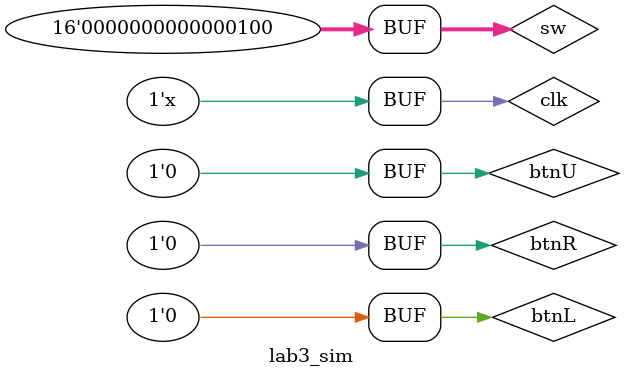
<source format=v>
`timescale 1ps / 1ps

module lab3_sim(

    );

    reg clk;
    reg btnU, btnL, btnR;
    reg [15:0] sw;
    wire [15:0] led;
    wire [7:0] seg;
    wire [3:0] an;
    lab3 sim(clk, btnU, btnL, btnR, sw, led, seg, an);

    initial begin
        btnU = 0; btnL = 0; btnR = 0;
        sw[15:3] = 13'b0;
        sw[2:0] = 3'b000; #1000000000;
        sw[2:0] = 3'b001; #1000000000;
        sw[2:0] = 3'b010; #1000000000;
        sw[2:0] = 3'b100; #1000000000;
    end

    always #(5) begin
        clk = ~clk;
    end
endmodule

</source>
